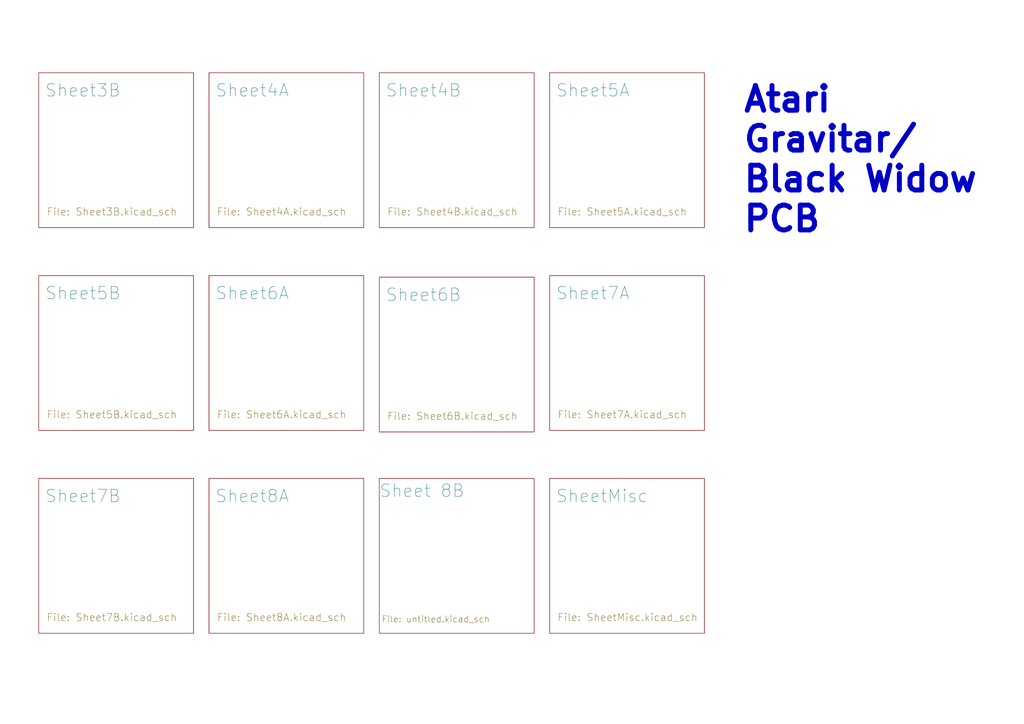
<source format=kicad_sch>
(kicad_sch (version 20211123) (generator eeschema)
  (paper "A3")
  (lib_symbols)
  (text "Atari\nGravitar/\nBlack Widow\nPCB" (at 304.165 95.885 0) (effects (font (size 10.16 10.16) (thickness 2.032) bold) (justify left bottom)))
  (sheet (at 15.875 29.845) (size 63.5 63.5)
    (property "Sheet name" "Sheet3B" (at 18.415 40.005 0) (effects (font (size 5.08 5.08)) (justify left bottom)))
    (property "Sheet file" "Sheet3B.kicad_sch" (at 19.05 85.09 0) (effects (font (size 3 3)) (justify left top)))
  )
  (sheet (at 85.725 29.845) (size 63.5 63.5)
    (property "Sheet name" "Sheet4A" (at 88.265 40.005 0) (effects (font (size 5.08 5.08)) (justify left bottom)))
    (property "Sheet file" "Sheet4A.kicad_sch" (at 88.9 85.09 0) (effects (font (size 3 3)) (justify left top)))
  )
  (sheet (at 85.725 113.03) (size 63.5 63.5)
    (property "Sheet name" "Sheet6A" (at 88.265 123.19 0) (effects (font (size 5.08 5.08)) (justify left bottom)))
    (property "Sheet file" "Sheet6A.kicad_sch" (at 88.9 168.275 0) (effects (font (size 3 3)) (justify left top)))
  )
  (sheet (at 155.575 29.845) (size 63.5 63.5)
    (property "Sheet name" "Sheet4B" (at 158.115 40.005 0) (effects (font (size 5.08 5.08)) (justify left bottom)))
    (property "Sheet file" "Sheet4B.kicad_sch" (at 158.75 85.09 0) (effects (font (size 3 3)) (justify left top)))
  )
  (sheet (at 225.425 29.845) (size 63.5 63.5)
    (property "Sheet name" "Sheet5A" (at 227.965 40.005 0) (effects (font (size 5.08 5.08)) (justify left bottom)))
    (property "Sheet file" "Sheet5A.kicad_sch" (at 228.6 85.09 0) (effects (font (size 3 3)) (justify left top)))
  )
  (sheet (at 15.875 113.03) (size 63.5 63.5)
    (property "Sheet name" "Sheet5B" (at 18.415 123.19 0) (effects (font (size 5.08 5.08)) (justify left bottom)))
    (property "Sheet file" "Sheet5B.kicad_sch" (at 19.05 168.275 0) (effects (font (size 3 3)) (justify left top)))
  )
  (sheet (at 155.575 113.665) (size 63.5 63.5)
    (property "Sheet name" "Sheet6B" (at 158.115 123.825 0) (effects (font (size 5.08 5.08)) (justify left bottom)))
    (property "Sheet file" "Sheet6B.kicad_sch" (at 158.75 168.91 0) (effects (font (size 3 3)) (justify left top)))
  )
  (sheet (at 225.425 113.03) (size 63.5 63.5)
    (property "Sheet name" "Sheet7A" (at 227.965 123.19 0) (effects (font (size 5.08 5.08)) (justify left bottom)))
    (property "Sheet file" "Sheet7A.kicad_sch" (at 228.6 168.275 0) (effects (font (size 3 3)) (justify left top)))
  )
  (sheet (at 225.425 196.215) (size 63.5 63.5)
    (property "Sheet name" "SheetMisc" (at 227.965 206.375 0) (effects (font (size 5.08 5.08)) (justify left bottom)))
    (property "Sheet file" "SheetMisc.kicad_sch" (at 228.6 251.46 0) (effects (font (size 3 3)) (justify left top)))
  )
  (sheet (at 15.875 196.215) (size 63.5 63.5)
    (property "Sheet name" "Sheet7B" (at 18.415 206.375 0) (effects (font (size 5.08 5.08)) (justify left bottom)))
    (property "Sheet file" "Sheet7B.kicad_sch" (at 19.05 251.46 0) (effects (font (size 3 3)) (justify left top)))
  )
  (sheet (at 85.725 196.215) (size 63.5 63.5)
    (property "Sheet name" "Sheet8A" (at 88.265 206.375 0) (effects (font (size 5.08 5.08)) (justify left bottom)))
    (property "Sheet file" "Sheet8A.kicad_sch" (at 88.9 251.46 0) (effects (font (size 3 3)) (justify left top)))
  )
  (sheet (at 155.575 196.215) (size 63.5 63.5) (stroke (width 0.1524))
    (property "Sheet name" "Sheet 8B" (at 155.575 204.216 0) (effects (font (size 5.08 5.08)) (justify left bottom)))
    (property "Sheet file" "untitled.kicad_sch" (at 156.464 252.476 0) (effects (font (size 2.54 2.54)) (justify left top)))
  )
)
</source>
